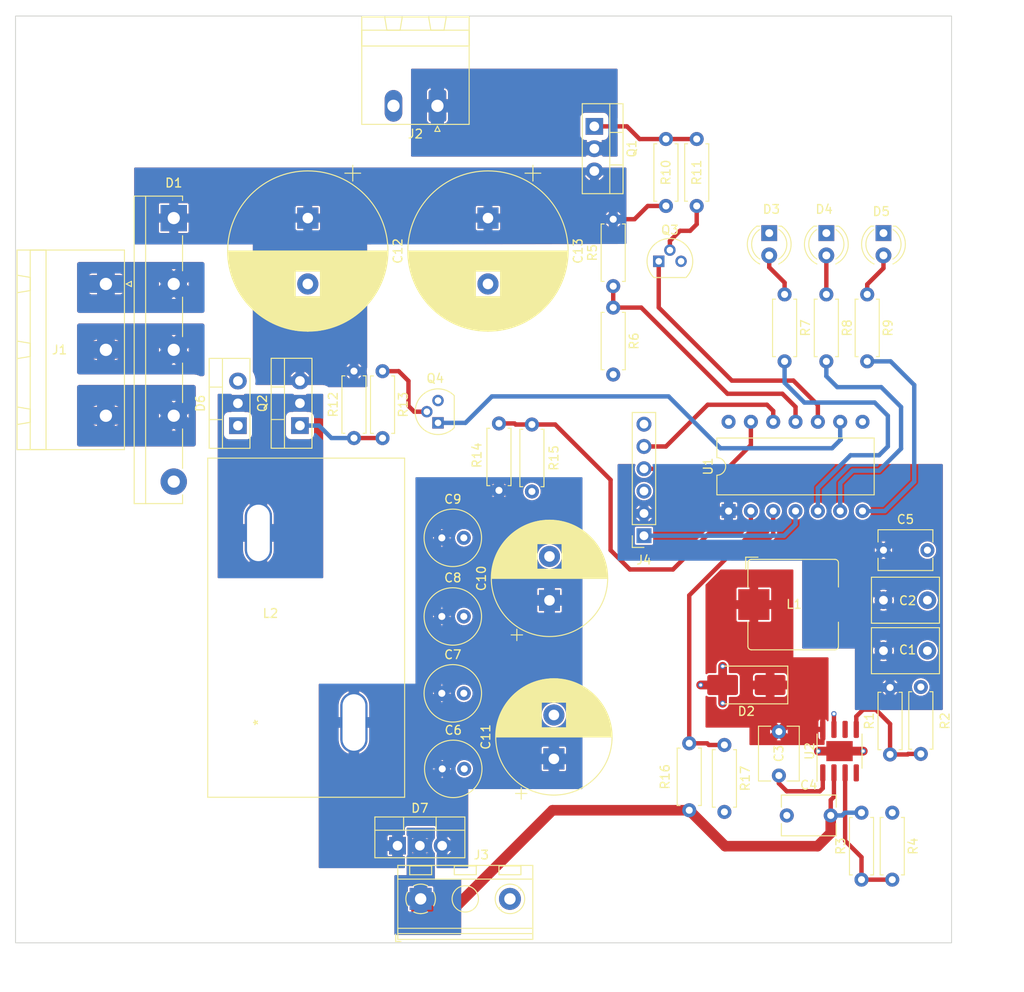
<source format=kicad_pcb>
(kicad_pcb (version 20221018) (generator pcbnew)
  (layers (0 "F.Cu" signal) (1 "In1.Cu" signal) (2 "In2.Cu" signal) (3 "In3.Cu" signal) (4 "In4.Cu" signal) (31 "B.Cu" signal) (34 "B.Paste" user) (35 "F.Paste" user) (36 "B.SilkS" user "B.Silkscreen") (37 "F.SilkS" user "F.Silkscreen") (38 "B.Mask" user) (39 "F.Mask" user) (44 "Edge.Cuts" user))
  (net 0 "")
  (net 1 "GND")
  (net 2 "+5V")
  (net 3 "Net-(U2-BST)")
  (net 4 "Net-(D7-K)")
  (net 5 "/VCC Turbina (0 ~ 115V)")
  (net 6 "Net-(J1-Pin_1)")
  (net 7 "Net-(J1-Pin_2)")
  (net 8 "Net-(J1-Pin_3)")
  (net 9 "Net-(D3-A)")
  (net 10 "Net-(D4-A)")
  (net 11 "Net-(D5-A)")
  (net 12 "Net-(J2-Pin_1)")
  (net 13 "Net-(J4-Pin_1)")
  (net 14 "Net-(J4-Pin_4)")
  (net 15 "Net-(J4-Pin_5)")
  (net 17 "Net-(Q1-G)")
  (net 18 "Net-(Q2-G)")
  (net 19 "Net-(Q3-G)")
  (net 20 "Net-(Q3-D)")
  (net 21 "Net-(Q4-G)")
  (net 22 "Net-(Q4-D)")
  (net 23 "Net-(U2-FB)")
  (net 24 "Net-(U2-EN)")
  (net 25 "Net-(U1-RA2)")
  (net 26 "Net-(U1-RC5)")
  (net 27 "Net-(U1-RC4)")
  (net 28 "Net-(U1-RC3)")
  (net 29 "OUT_VOLTAGE")
  (net 30 "BAT_VOLTAGE")
  (net 34 "Net-(D2-K)")
  (net 35 "Net-(C10-Pad1)")
  (net 36 "Net-(D6-K)")
  (footprint "Capacitor_THT:C_Disc_D7.5mm_W5.0mm_P5.00mm" (layer "F.Cu") (at 250.25 101.5 180)
    (fp_text reference "C2" (at 2.25 -0.05) (layer "F.SilkS"))
    (fp_text value "22uF")
    (pad "1" thru_hole circle (at 0 0 180) (size 2 2) (drill 1) (layers "*.Cu" "*.Mask") (net 1 "GND"))
    (pad "2" thru_hole circle (at 5 0 180) (size 2 2) (drill 1) (layers "*.Cu" "*.Mask") (net 2 "+5V"))
  )
  (footprint "Capacitor_THT:CP_Radial_D18.0mm_P7.50mm" (layer "F.Cu") (at 179.75 58 -90)
    (fp_text reference "C12" (at 3.75 -10.25 90) (layer "F.SilkS"))
    (fp_text value "330uF")
    (pad "1" thru_hole rect (at 0 0 270) (size 2.4 2.4) (drill 1.2) (layers "*.Cu" "*.Mask") (net 5 "/VCC Turbina (0 ~ 115V)"))
    (pad "2" thru_hole circle (at 7.5 0 270) (size 2.4 2.4) (drill 1.2) (layers "*.Cu" "*.Mask") (net 1 "GND"))
  )
  (footprint "Capacitor_THT:CP_Radial_D18.0mm_P7.50mm" (layer "F.Cu") (at 200.25 58 -90)
    (fp_text reference "C13" (at 3.75 -10.25 90) (layer "F.SilkS"))
    (fp_text value "330uF")
    (pad "1" thru_hole rect (at 0 0 270) (size 2.4 2.4) (drill 1.2) (layers "*.Cu" "*.Mask") (net 5 "/VCC Turbina (0 ~ 115V)"))
    (pad "2" thru_hole circle (at 7.5 0 270) (size 2.4 2.4) (drill 1.2) (layers "*.Cu" "*.Mask") (net 1 "GND"))
  )
  (footprint "Capacitor_THT:C_Disc_D6.0mm_W4.4mm_P5.00mm" (layer "F.Cu") (at 233.35 116.46 -90)
    (fp_text reference "C3" (at 2.5 0 90) (layer "F.SilkS"))
    (fp_text value "0.1uF")
    (pad "1" thru_hole circle (at 0 0 270) (size 1.6 1.6) (drill 0.8) (layers "*.Cu" "*.Mask") (net 34 "Net-(D2-K)"))
    (pad "2" thru_hole circle (at 5 0 270) (size 1.6 1.6) (drill 0.8) (layers "*.Cu" "*.Mask") (net 3 "Net-(U2-BST)"))
  )
  (footprint "TerminalBlock_RND:TerminalBlock_RND_205-00241_1x02_P10.16mm_Horizontal" (layer "F.Cu") (at 192.59 135.5)
    (fp_text reference "J3" (at 6.91 -5) (layer "F.SilkS"))
    (fp_text value "BATERIA")
    (pad "1" thru_hole rect (at 0 0) (size 2.5 2.5) (drill 1.3) (layers "*.Cu" "*.Mask") (net 4 "Net-(D7-K)"))
    (pad "2" thru_hole circle (at 10.16 0) (size 2.5 2.5) (drill 1.3) (layers "*.Cu" "*.Mask") (net 1 "GND"))
  )
  (footprint "Resistor_THT:R_Axial_DIN0207_L6.3mm_D2.5mm_P7.62mm_Horizontal" (layer "F.Cu") (at 224 56.62 90)
    (fp_text reference "R11" (at 3.81 0 90) (layer "F.SilkS"))
    (fp_text value "65K")
    (pad "1" thru_hole circle (at 0 0 90) (size 1.6 1.6) (drill 0.8) (layers "*.Cu" "*.Mask") (net 20 "Net-(Q3-D)"))
    (pad "2" thru_hole oval (at 7.62 0 90) (size 1.6 1.6) (drill 0.8) (layers "*.Cu" "*.Mask") (net 17 "Net-(Q1-G)"))
  )
  (footprint "Package_TO_SOT_THT:TO-92" (layer "F.Cu") (at 194.565 81.31 90)
    (fp_text reference "Q4" (at 5.06 -0.315) (layer "F.SilkS"))
    (fp_text value "FQN1N50C")
    (pad "1" thru_hole rect (at 0 0 90) (size 1.3 1.3) (drill 0.75) (layers "*.Cu" "*.Mask") (net 21 "Net-(Q4-G)"))
    (pad "2" thru_hole circle (at 1.27 -1.27 90) (size 1.3 1.3) (drill 0.75) (layers "*.Cu" "*.Mask") (net 22 "Net-(Q4-D)"))
    (pad "3" thru_hole circle (at 2.54 0 90) (size 1.3 1.3) (drill 0.75) (layers "*.Cu" "*.Mask") (net 1 "GND"))
  )
  (footprint "Resistor_THT:R_Axial_DIN0207_L6.3mm_D2.5mm_P7.62mm_Horizontal" (layer "F.Cu") (at 242.75 133.31 90)
    (fp_text reference "R3" (at 3.81 -2.37 90) (layer "F.SilkS"))
    (fp_text value "78K")
    (pad "1" thru_hole circle (at 0 0 90) (size 1.6 1.6) (drill 0.8) (layers "*.Cu" "*.Mask") (net 24 "Net-(U2-EN)"))
    (pad "2" thru_hole oval (at 7.62 0 90) (size 1.6 1.6) (drill 0.8) (layers "*.Cu" "*.Mask") (net 4 "Net-(D7-K)"))
  )
  (footprint "Inductor_SMD:L_Bourns_SRP1038C_10.0x10.0mm" (layer "F.Cu") (at 234.975 102)
    (fp_text reference "L1" (at 0.1 -0.04) (layer "F.SilkS"))
    (fp_text value "6.8uH")
    (pad "1" smd rect (at -4.475 0) (size 3.55 3.5) (layers "F.Cu" "F.Paste" "F.Mask") (net 34 "Net-(D2-K)"))
    (pad "2" smd rect (at 4.475 0) (size 3.55 3.5) (layers "F.Cu" "F.Paste" "F.Mask") (net 2 "+5V"))
  )
  (footprint "Package_TO_SOT_THT:TO-220-3_Vertical" (layer "F.Cu") (at 212.35 47.56 -90)
    (fp_text reference "Q1" (at 2.54 -4.27 90) (layer "F.SilkS"))
    (fp_text value "IXTP44P15T")
    (pad "1" thru_hole rect (at 0 0 270) (size 1.905 2) (drill 1.1) (layers "*.Cu" "*.Mask") (net 17 "Net-(Q1-G)"))
    (pad "2" thru_hole oval (at 2.54 0 270) (size 1.905 2) (drill 1.1) (layers "*.Cu" "*.Mask") (net 12 "Net-(J2-Pin_1)"))
    (pad "3" thru_hole oval (at 5.08 0 270) (size 1.905 2) (drill 1.1) (layers "*.Cu" "*.Mask") (net 5 "/VCC Turbina (0 ~ 115V)"))
  )
  (footprint "Package_DIP:DIP-14_W10.16mm" (layer "F.Cu") (at 227.625 91.35 90)
    (fp_text reference "U1" (at 5.08 -2.33 90) (layer "F.SilkS"))
    (fp_text value "PIC16F18324-xSL")
    (pad "1" thru_hole rect (at 0 0 90) (size 1.6 1.6) (drill 0.8) (layers "*.Cu" "*.Mask") (net 2 "+5V"))
    (pad "2" thru_hole oval (at 0 2.54 90) (size 1.6 1.6) (drill 0.8) (layers "*.Cu" "*.Mask") (net 29 "OUT_VOLTAGE"))
    (pad "3" thru_hole oval (at 0 5.08 90) (size 1.6 1.6) (drill 0.8) (layers "*.Cu" "*.Mask") (net 30 "BAT_VOLTAGE"))
    (pad "4" thru_hole oval (at 0 7.62 90) (size 1.6 1.6) (drill 0.8) (layers "*.Cu" "*.Mask") (net 13 "Net-(J4-Pin_1)"))
    (pad "5" thru_hole oval (at 0 10.16 90) (size 1.6 1.6) (drill 0.8) (layers "*.Cu" "*.Mask") (net 26 "Net-(U1-RC5)"))
    (pad "6" thru_hole oval (at 0 12.7 90) (size 1.6 1.6) (drill 0.8) (layers "*.Cu" "*.Mask") (net 27 "Net-(U1-RC4)"))
    (pad "7" thru_hole oval (at 0 15.24 90) (size 1.6 1.6) (drill 0.8) (layers "*.Cu" "*.Mask") (net 28 "Net-(U1-RC3)"))
    (pad "8" thru_hole oval (at 10.16 15.24 90) (size 1.6 1.6) (drill 0.8) (layers "*.Cu" "*.Mask"))
    (pad "9" thru_hole oval (at 10.16 12.7 90) (size 1.6 1.6) (drill 0.8) (layers "*.Cu" "*.Mask") (net 21 "Net-(Q4-G)"))
    (pad "10" thru_hole oval (at 10.16 10.16 90) (size 1.6 1.6) (drill 0.8) (layers "*.Cu" "*.Mask") (net 19 "Net-(Q3-G)"))
    (pad "11" thru_hole oval (at 10.16 7.62 90) (size 1.6 1.6) (drill 0.8) (layers "*.Cu" "*.Mask") (net 25 "Net-(U1-RA2)"))
    (pad "12" thru_hole oval (at 10.16 5.08 90) (size 1.6 1.6) (drill 0.8) (layers "*.Cu" "*.Mask") (net 15 "Net-(J4-Pin_5)"))
    (pad "13" thru_hole oval (at 10.16 2.54 90) (size 1.6 1.6) (drill 0.8) (layers "*.Cu" "*.Mask") (net 14 "Net-(J4-Pin_4)"))
    (pad "14" thru_hole oval (at 10.16 0 90) (size 1.6 1.6) (drill 0.8) (layers "*.Cu" "*.Mask") (net 1 "GND"))
  )
  (footprint "Diode_THT:Diode_Bridge_IXYS_GUFP" (layer "F.Cu") (at 164.5 58)
    (fp_text reference "D1" (at 0 -4) (layer "F.SilkS"))
    (fp_text value "GUO40-08NO1")
    (pad "1" thru_hole rect (at 0 0) (size 3 3) (drill 1.39) (layers "*.Cu" "*.Mask") (net 5 "/VCC Turbina (0 ~ 115V)"))
    (pad "2" thru_hole circle (at 0 7.5) (size 3 3) (drill 1.39) (layers "*.Cu" "*.Mask") (net 6 "Net-(J1-Pin_1)"))
    (pad "3" thru_hole circle (at 0 15) (size 3 3) (drill 1.39) (layers "*.Cu" "*.Mask") (net 7 "Net-(J1-Pin_2)"))
    (pad "4" thru_hole circle (at 0 22.5) (size 3 3) (drill 1.39) (layers "*.Cu" "*.Mask") (net 8 "Net-(J1-Pin_3)"))
    (pad "5" thru_hole circle (at 0 30) (size 3 3) (drill 1.39) (layers "*.Cu" "*.Mask") (net 1 "GND"))
  )
  (footprint "Resistor_THT:R_Axial_DIN0207_L6.3mm_D2.5mm_P7.62mm_Horizontal" (layer "F.Cu") (at 246.25 125.69 -90)
    (fp_text reference "R4" (at 3.81 -2.37 90) (layer "F.SilkS"))
    (fp_text value "10.2K")
    (pad "1" thru_hole circle (at 0 0 270) (size 1.6 1.6) (drill 0.8) (layers "*.Cu" "*.Mask") (net 1 "GND"))
    (pad "2" thru_hole oval (at 7.62 0 270) (size 1.6 1.6) (drill 0.8) (layers "*.Cu" "*.Mask") (net 24 "Net-(U2-EN)"))
  )
  (footprint "Capacitor_THT:C_Radial_D6.3mm_H5.0mm_P2.50mm" (layer "F.Cu") (at 195 94.4)
    (fp_text reference "C9" (at 1.25 -4.4) (layer "F.SilkS"))
    (fp_text value "47uF")
    (pad "1" thru_hole circle (at 0 0) (size 1.6 1.6) (drill 0.8) (layers "*.Cu" "*.Mask") (net 35 "Net-(C10-Pad1)"))
    (pad "2" thru_hole circle (at 2.5 0) (size 1.6 1.6) (drill 0.8) (layers "*.Cu" "*.Mask") (net 1 "GND"))
  )
  (footprint "Resistor_THT:R_Axial_DIN0207_L6.3mm_D2.5mm_P7.62mm_Horizontal" (layer "F.Cu") (at 227.15 117.98 -90)
    (fp_text reference "R17" (at 3.81 -2.37 90) (layer "F.SilkS"))
    (fp_text value "5K")
    (pad "1" thru_hole circle (at 0 0 270) (size 1.6 1.6) (drill 0.8) (layers "*.Cu" "*.Mask") (net 30 "BAT_VOLTAGE"))
    (pad "2" thru_hole oval (at 7.62 0 270) (size 1.6 1.6) (drill 0.8) (layers "*.Cu" "*.Mask") (net 1 "GND"))
  )
  (footprint "Package_TO_SOT_THT:TO-220-3_Vertical" (layer "F.Cu") (at 178.855 81.62 90)
    (fp_text reference "Q2" (at 2.54 -4.27 90) (layer "F.SilkS"))
    (fp_text value "IXTP36P15P")
    (pad "1" thru_hole rect (at 0 0 90) (size 1.905 2) (drill 1.1) (layers "*.Cu" "*.Mask") (net 18 "Net-(Q2-G)"))
    (pad "2" thru_hole oval (at 2.54 0 90) (size 1.905 2) (drill 1.1) (layers "*.Cu" "*.Mask") (net 36 "Net-(D6-K)"))
    (pad "3" thru_hole oval (at 5.08 0 90) (size 1.905 2) (drill 1.1) (layers "*.Cu" "*.Mask") (net 5 "/VCC Turbina (0 ~ 115V)"))
  )
  (footprint "Resistor_THT:R_Axial_DIN0207_L6.3mm_D2.5mm_P7.62mm_Horizontal" (layer "F.Cu") (at 238.75 66.69 -90)
    (fp_text reference "R8" (at 3.81 -2.37 90) (layer "F.SilkS"))
    (fp_text value "1K")
    (pad "1" thru_hole circle (at 0 0 270) (size 1.6 1.6) (drill 0.8) (layers "*.Cu" "*.Mask") (net 10 "Net-(D4-A)"))
    (pad "2" thru_hole oval (at 7.62 0 270) (size 1.6 1.6) (drill 0.8) (layers "*.Cu" "*.Mask") (net 27 "Net-(U1-RC4)"))
  )
  (footprint "footprints:IHXL1500VZEB2R2M51" (layer "F.Cu") (at 174.132001 115.4177 90)
    (fp_text reference "L2" (at 12.4177 1.367999) (layer "F.SilkS"))
    (fp_text value "2.2uH")
    (fp_text user "*" (at 0 0 90) (layer "F.SilkS"))
    (pad "1" thru_hole oval (at 0 10.867999 90) (size 6.9342 3.0988) (drill oval 6.4262 2.5908) (layers "*.Cu" "*.Mask") (net 35 "Net-(C10-Pad1)"))
    (pad "2" thru_hole oval (at 21.578001 0 90) (size 6.9342 3.0988) (drill oval 6.4262 2.5908) (layers "*.Cu" "*.Mask") (net 36 "Net-(D6-K)"))
  )
  (footprint "Package_TO_SOT_THT:TO-220-3_Vertical" (layer "F.Cu") (at 189.96 129.445)
    (fp_text reference "D7" (at 2.54 -4.27) (layer "F.SilkS"))
    (fp_text value "STPS30M60ST ")
    (pad "1" thru_hole rect (at 0 0) (size 1.905 2) (drill 1.1) (layers "*.Cu" "*.Mask") (net 35 "Net-(C10-Pad1)"))
    (pad "2" thru_hole oval (at 2.54 0) (size 1.905 2) (drill 1.1) (layers "*.Cu" "*.Mask") (net 4 "Net-(D7-K)"))
    (pad "3" thru_hole oval (at 5.08 0) (size 1.905 2) (drill 1.1) (layers "*.Cu" "*.Mask") (net 35 "Net-(C10-Pad1)"))
  )
  (footprint "Capacitor_THT:C_Radial_D6.3mm_H5.0mm_P2.50mm" (layer "F.Cu") (at 195.05 120.7)
    (fp_text reference "C6" (at 1.25 -4.4) (layer "F.SilkS"))
    (fp_text value "47uF")
    (pad "1" thru_hole circle (at 0 0) (size 1.6 1.6) (drill 0.8) (layers "*.Cu" "*.Mask") (net 35 "Net-(C10-Pad1)"))
    (pad "2" thru_hole circle (at 2.5 0) (size 1.6 1.6) (drill 0.8) (layers "*.Cu" "*.Mask") (net 1 "GND"))
  )
  (footprint "Package_TO_SOT_THT:TO-92" (layer "F.Cu") (at 219.68 62.92)
    (fp_text reference "Q3" (at 1.27 -3.56) (layer "F.SilkS"))
    (fp_text value "FQN1N50C")
    (pad "1" thru_hole rect (at 0 0) (size 1.3 1.3) (drill 0.75) (layers "*.Cu" "*.Mask") (net 19 "Net-(Q3-G)"))
    (pad "2" thru_hole circle (at 1.27 -1.27) (size 1.3 1.3) (drill 0.75) (layers "*.Cu" "*.Mask") (net 20 "Net-(Q3-D)"))
    (pad "3" thru_hole circle (at 2.54 0) (size 1.3 1.3) (drill 0.75) (layers "*.Cu" "*.Mask") (net 1 "GND"))
  )
  (footprint "Resistor_THT:R_Axial_DIN0207_L6.3mm_D2.5mm_P7.62mm_Horizontal" (layer "F.Cu") (at 214.5 68.19 -90)
    (fp_text reference "R6" (at 3.81 -2.37 90) (layer "F.SilkS"))
    (fp_text value "5K")
    (pad "1" thru_hole circle (at 0 0 270) (size 1.6 1.6) (drill 0.8) (layers "*.Cu" "*.Mask") (net 25 "Net-(U1-RA2)"))
    (pad "2" thru_hole oval (at 7.62 0 270) (size 1.6 1.6) (drill 0.8) (layers "*.Cu" "*.Mask") (net 1 "GND"))
  )
  (footprint "Capacitor_THT:C_Disc_D6.0mm_W4.4mm_P5.00mm" (layer "F.Cu") (at 234.25 126)
    (fp_text reference "C4" (at 2.5 -3.45) (layer "F.SilkS"))
    (fp_text value "10uF")
    (pad "1" thru_hole circle (at 0 0) (size 1.6 1.6) (drill 0.8) (layers "*.Cu" "*.Mask") (net 1 "GND"))
    (pad "2" thru_hole circle (at 5 0) (size 1.6 1.6) (drill 0.8) (layers "*.Cu" "*.Mask") (net 4 "Net-(D7-K)"))
  )
  (footprint "Resistor_THT:R_Axial_DIN0207_L6.3mm_D2.5mm_P7.62mm_Horizontal" (layer "F.Cu") (at 205.25 89.12 90)
    (fp_text reference "R15" (at 3.81 2.5 90) (layer "F.SilkS"))
    (fp_text value "5K")
    (pad "1" thru_hole circle (at 0 0 90) (size 1.6 1.6) (drill 0.8) (layers "*.Cu" "*.Mask") (net 1 "GND"))
    (pad "2" thru_hole oval (at 7.62 0 90) (size 1.6 1.6) (drill 0.8) (layers "*.Cu" "*.Mask") (net 29 "OUT_VOLTAGE"))
  )
  (footprint "Capacitor_THT:C_Radial_D6.3mm_H5.0mm_P2.50mm" (layer "F.Cu") (at 195 103.35)
    (fp_text reference "C8" (at 1.25 -4.4) (layer "F.SilkS"))
    (fp_text value "47uF")
    (pad "1" thru_hole circle (at 0 0) (size 1.6 1.6) (drill 0.8) (layers "*.Cu" "*.Mask") (net 35 "Net-(C10-Pad1)"))
    (pad "2" thru_hole circle (at 2.5 0) (size 1.6 1.6) (drill 0.8) (layers "*.Cu" "*.Mask") (net 1 "GND"))
  )
  (footprint "Connector_Phoenix_GMSTB:PhoenixContact_GMSTBA_2,5_3-G_1x03_P7.50mm_Horizontal" (layer "F.Cu") (at 156.7775 65.5 -90)
    (fp_text reference "J1" (at 7.5 5.2775) (layer "F.SilkS"))
    (fp_text value "TURBINA")
    (pad "1" thru_hole roundrect (at 0 0 270) (size 2 3.6) (drill 1.4) (layers "*.Cu" "*.Mask") (roundrect_rratio 0.125) (net 6 "Net-(J1-Pin_1)"))
    (pad "2" thru_hole oval (at 7.5 0 270) (size 2 3.6) (drill 1.4) (layers "*.Cu" "*.Mask") (net 7 "Net-(J1-Pin_2)"))
    (pad "3" thru_hole oval (at 15 0 270) (size 2 3.6) (drill 1.4) (layers "*.Cu" "*.Mask") (net 8 "Net-(J1-Pin_3)"))
  )
  (footprint "Connector_Phoenix_MSTB:PhoenixContact_MSTBA_2,5_2-G_1x02_P5.00mm_Horizontal" (layer "F.Cu") (at 194.5 45.2225 180)
    (fp_text reference "J2" (at 2.5 -3.2) (layer "F.SilkS"))
    (fp_text value "RESISTENCIAS")
    (pad "1" thru_hole roundrect (at 0 0 180) (size 2 3.6) (drill 1.4) (layers "*.Cu" "*.Mask") (roundrect_rratio 0.125) (net 12 "Net-(J2-Pin_1)"))
    (pad "2" thru_hole oval (at 5 0 180) (size 2 3.6) (drill 1.4) (layers "*.Cu" "*.Mask") (net 1 "GND"))
  )
  (footprint "Package_TO_SOT_THT:TO-220-3_Vertical" (layer "F.Cu") (at 171.8 81.63 90)
    (fp_text reference "D6" (at 2.54 -4.27 90) (layer "F.SilkS"))
    (fp_text value "STPS30M60ST ")
    (pad "1" thru_hole rect (at 0 0 90) (size 1.905 2) (drill 1.1) (layers "*.Cu" "*.Mask") (net 1 "GND"))
    (pad "2" thru_hole oval (at 2.54 0 90) (size 1.905 2) (drill 1.1) (layers "*.Cu" "*.Mask") (net 36 "Net-(D6-K)"))
    (pad "3" thru_hole oval (at 5.08 0 90) (size 1.905 2) (drill 1.1) (layers "*.Cu" "*.Mask") (net 1 "GND"))
  )
  (footprint "Capacitor_THT:C_Disc_D7.5mm_W5.0mm_P5.00mm" (layer "F.Cu") (at 250.25 107.25 180)
    (fp_text reference "C1" (at 2.25 0.1) (layer "F.SilkS"))
    (fp_text value "22uF")
    (pad "1" thru_hole circle (at 0 0 180) (size 2 2) (drill 1) (layers "*.Cu" "*.Mask") (net 1 "GND"))
    (pad "2" thru_hole circle (at 5 0 180) (size 2 2) (drill 1) (layers "*.Cu" "*.Mask") (net 2 "+5V"))
  )
  (footprint "Resistor_THT:R_Axial_DIN0207_L6.3mm_D2.5mm_P7.62mm_Horizontal" (layer "F.Cu") (at 201.5 81.38 -90)
    (fp_text reference "R14" (at 3.62 2.5 90) (layer "F.SilkS"))
    (fp_text value "10K")
    (pad "1" thru_hole circle (at 0 0 270) (size 1.6 1.6) (drill 0.8) (layers "*.Cu" "*.Mask") (net 29 "OUT_VOLTAGE"))
    (pad "2" thru_hole oval (at 7.62 0 270) (size 1.6 1.6) (drill 0.8) (layers "*.Cu" "*.Mask") (net 35 "Net-(C10-Pad1)"))
  )
  (footprint "Resistor_THT:R_Axial_DIN0207_L6.3mm_D2.5mm_P7.62mm_Horizontal" (layer "F.Cu") (at 223.15 117.79 -90)
    (fp_text reference "R16" (at 3.81 2.75 90) (layer "F.SilkS"))
    (fp_text value "10K")
    (pad "1" thru_hole circle (at 0 0 270) (size 1.6 1.6) (drill 0.8) (layers "*.Cu" "*.Mask") (net 30 "BAT_VOLTAGE"))
    (pad "2" thru_hole oval (at 7.62 0 270) (size 1.6 1.6) (drill 0.8) (layers "*.Cu" "*.Mask") (net 4 "Net-(D7-K)"))
  )
  (footprint "Resistor_THT:R_Axial_DIN0207_L6.3mm_D2.5mm_P7.62mm_Horizontal" (layer "F.Cu") (at 214.5 65.75 90)
    (fp_text reference "R5" (at 3.81 -2.37 90) (layer "F.SilkS"))
    (fp_text value "145K")
    (pad "1" thru_hole circle (at 0 0 90) (size 1.6 1.6) (drill 0.8) (layers "*.Cu" "*.Mask") (net 25 "Net-(U1-RA2)"))
    (pad "2" thru_hole oval (at 7.62 0 90) (size 1.6 1.6) (drill 0.8) (layers "*.Cu" "*.Mask") (net 5 "/VCC Turbina (0 ~ 115V)"))
  )
  (footprint "Package_SO:SOIC-8-1EP_3.9x4.9mm_P1.27mm_EP2.29x3mm" (layer "F.Cu") (at 240.25 118.68 90)
    (fp_text reference "U2" (at 0 -3.4 90) (layer "F.SilkS"))
    (fp_text value "ADP2302ARDZ-5.0")
    (pad "1" smd roundrect (at -2.475 -1.905 90) (size 1.95 0.6) (layers "F.Cu" "F.Paste" "F.Mask") (net 3 "Net-(U2-BST)"))
    (pad "2" smd roundrect (at -2.475 -0.635 90) (size 1.95 0.6) (layers "F.Cu" "F.Paste" "F.Mask") (net 4 "Net-(D7-K)"))
    (pad "3" smd roundrect (at -2.475 0.635 90) (size 1.95 0.6) (layers "F.Cu" "F.Paste" "F.Mask") (net 24 "Net-(U2-EN)"))
    (pad "4" smd roundrect (at -2.475 1.905 90) (size 1.95 0.6) (layers "F.Cu" "F.Paste" "F.Mask"))
    (pad "5" smd roundrect (at 2.475 1.905 90) (size 1.95 0.6) (layers "F.Cu" "F.Paste" "F.Mask") (net 23 "Net-(U2-FB)"))
    (pad "6" smd roundrect (at 2.475 0.635 90) (size 1.95 0.6) (layers "F.Cu" "F.Paste" "F.Mask"))
    (pad "7" smd roundrect (at 2.475 -0.635 90) (size 1.95 0.6) (layers "F.Cu" "F.Paste" "F.Mask") (net 1 "GND"))
    (pad "8" smd roundrect (at 2.475 -1.905 90) (size 1.95 0.6) (layers "F.Cu" "F.Paste" "F.Mask") (net 34 "Net-(D2-K)"))
    (pad "9" smd rect (at 0 0 90) (size 2.29 3) (layers "F.Cu" "F.Mask") (net 1 "GND"))
  )
  (footprint "Resistor_THT:R_Axial_DIN0207_L6.3mm_D2.5mm_P7.62mm_Horizontal" (layer "F.Cu") (at 243.4 66.69 -90)
    (fp_text reference "R9" (at 3.81 -2.37 90) (layer "F.SilkS"))
    (fp_text value "1K")
    (pad "1" thru_hole circle (at 0 0 270) (size 1.6 1.6) (drill 0.8) (layers "*.Cu" "*.Mask") (net 11 "Net-(D5-A)"))
    (pad "2" thru_hole oval (at 7.62 0 270) (size 1.6 1.6) (drill 0.8) (layers "*.Cu" "*.Mask") (net 28 "Net-(U1-RC3)"))
  )
  (footprint "LED_THT:LED_D4.0mm" (layer "F.Cu") (at 238.75 59.71 -90)
    (fp_text reference "D4" (at -2.71 0.25) (layer "F.SilkS"))
    (fp_text value "LED Yellow")
    (pad "1" thru_hole rect (at 0 0 270) (size 1.8 1.8) (drill 0.9) (layers "*.Cu" "*.Mask") (net 1 "GND"))
    (pad "2" thru_hole circle (at 2.54 0 270) (size 1.8 1.8) (drill 0.9) (layers "*.Cu" "*.Mask") (net 10 "Net-(D4-A)"))
  )
  (footprint "Resistor_THT:R_Axial_DIN0207_L6.3mm_D2.5mm_P7.62mm_Horizontal" (layer "F.Cu") (at 220.5 49 -90)
    (fp_text reference "R10" (at 3.81 0 90) (layer "F.SilkS"))
    (fp_text value "5K")
    (pad "1" thru_hole circle (at 0 0 270) (size 1.6 1.6) (drill 0.8) (layers "*.Cu" "*.Mask") (net 17 "Net-(Q1-G)"))
    (pad "2" thru_hole oval (at 7.62 0 270) (size 1.6 1.6) (drill 0.8) (layers "*.Cu" "*.Mask") (net 5 "/VCC Turbina (0 ~ 115V)"))
  )
  (footprint "Resistor_THT:R_Axial_DIN0207_L6.3mm_D2.5mm_P7.62mm_Horizontal" (layer "F.Cu") (at 234 66.69 -90)
    (fp_text reference "R7" (at 3.81 -2.37 90) (layer "F.SilkS"))
    (fp_text value "1K")
    (pad "1" thru_hole circle (at 0 0 270) (size 1.6 1.6) (drill 0.8) (layers "*.Cu" "*.Mask") (net 9 "Net-(D3-A)"))
    (pad "2" thru_hole oval (at 7.62 0 270) (size 1.6 1.6) (drill 0.8) (layers "*.Cu" "*.Mask") (net 26 "Net-(U1-RC5)"))
  )
  (footprint "Resistor_THT:R_Axial_DIN0207_L6.3mm_D2.5mm_P7.62mm_Horizontal" (layer "F.Cu") (at 246 119.06 90)
    (fp_text reference "R1" (at 3.81 -2.37 90) (layer "F.SilkS"))
    (fp_text value "52.3K")
    (pad "1" thru_hole circle (at 0 0 90) (size 1.6 1.6) (drill 0.8) (layers "*.Cu" "*.Mask") (net 23 "Net-(U2-FB)"))
    (pad "2" thru_hole oval (at 7.62 0 90) (size 1.6 1.6) (drill 0.8) (layers "*.Cu" "*.Mask") (net 2 "+5V"))
  )
  (footprint "Capacitor_THT:CP_Radial_D13.0mm_P5.00mm" (layer "F.Cu") (at 207.75 119.565215 90)
    (fp_text reference "C11" (at 2.5 -7.75 90) (layer "F.SilkS"))
    (fp_text value "470uF")
    (pad "1" thru_hole rect (at 0 0 90) (size 2.4 2.4) (drill 1.2) (layers "*.Cu" "*.Mask") (net 35 "Net-(C10-Pad1)"))
    (pad "2" thru_hole circle (at 5 0 90) (size 2.4 2.4) (drill 1.2) (layers "*.Cu" "*.Mask") (net 1 "GND"))
  )
  (footprint "Diode_SMD:D_SMB_Handsoldering" (layer "F.Cu") (at 229.65 111.15 180)
    (fp_text reference "D2" (at 0 -3) (layer "F.SilkS"))
    (fp_text value "SSB43L")
    (pad "1" smd roundrect (at -2.7 0 180) (size 3.5 2.3) (layers "F.Cu" "F.Paste" "F.Mask") (roundrect_rratio 0.1086956522) (net 34 "Net-(D2-K)"))
    (pad "2" smd roundrect (at 2.7 0 180) (size 3.5 2.3) (layers "F.Cu" "F.Paste" "F.Mask") (roundrect_rratio 0.1086956522) (net 1 "GND"))
  )
  (footprint "Capacitor_THT:C_Disc_D6.0mm_W4.4mm_P5.00mm" (layer "F.Cu") (at 250.25 95.8 180)
    (fp_text reference "C5" (at 2.5 3.5) (layer "F.SilkS"))
    (fp_text value "0.1uF")
    (pad "1" thru_hole circle (at 0 0 180) (size 1.6 1.6) (drill 0.8) (layers "*.Cu" "*.Mask") (net 1 "GND"))
    (pad "2" thru_hole circle (at 5 0 180) (size 1.6 1.6) (drill 0.8) (layers "*.Cu" "*.Mask") (net 2 "+5V"))
  )
  (footprint "LED_THT:LED_D4.0mm" (layer "F.Cu") (at 232.25 59.71 -90)
    (fp_text reference "D3" (at -2.71 -0.25) (layer "F.SilkS"))
    (fp_text value "LED Green")
    (pad "1" thru_hole rect (at 0 0 270) (size 1.8 1.8) (drill 0.9) (layers "*.Cu" "*.Mask") (net 1 "GND"))
    (pad "2" thru_hole circle (at 2.54 0 270) (size 1.8 1.8) (drill 0.9) (layers "*.Cu" "*.Mask") (net 9 "Net-(D3-A)"))
  )
  (footprint "Resistor_THT:R_Axial_DIN0207_L6.3mm_D2.5mm_P7.62mm_Horizontal" (layer "F.Cu") (at 188.255 83.05 90)
    (fp_text reference "R13" (at 3.81 2.35 90) (layer "F.SilkS"))
    (fp_text value "65K")
    (pad "1" thru_hole circle (at 0 0 90) (size 1.6 1.6) (drill 0.8) (layers "*.Cu" "*.Mask") (net 18 "Net-(Q2-G)"))
    (pad "2" thru_hole oval (at 7.62 0 90) (size 1.6 1.6) (drill 0.8) (layers "*.Cu" "*.Mask") (net 22 "Net-(Q4-D)"))
  )
  (footprint "Capacitor_THT:C_Radial_D6.3mm_H5.0mm_P2.50mm" (layer "F.Cu") (at 195 112.1)
    (fp_text reference "C7" (at 1.25 -4.4) (layer "F.SilkS"))
    (fp_text value "47uF")
    (pad "1" thru_hole circle (at 0 0) (size 1.6 1.6) (drill 0.8) (layers "*.Cu" "*.Mask") (net 35 "Net-(C10-Pad1)"))
    (pad "2" thru_hole circle (at 2.5 0) (size 1.6 1.6) (drill 0.8) (layers "*.Cu" "*.Mask") (net 1 "GND"))
  )
  (footprint "Connector_PinSocket_2.54mm:PinSocket_1x06_P2.54mm_Vertical" (layer "F.Cu") (at 218 94.16 180)
    (fp_text reference "J4" (at 0 -2.77) (layer "F.SilkS"))
    (fp_text value "ICSP")
    (pad "1" thru_hole rect (at 0 0 180) (size 1.7 1.7) (drill 1) (layers "*.Cu" "*.Mask") (net 13 "Net-(J4-Pin_1)"))
    (pad "2" thru_hole oval (at 0 2.54 180) (size 1.7 1.7) (drill 1) (layers "*.Cu" "*.Mask") (net 2 "+5V"))
    (pad "3" thru_hole oval (at 0 5.08 180) (size 1.7 1.7) (drill 1) (layers "*.Cu" "*.Mask") (net 1 "GND"))
    (pad "4" thru_hole oval (at 0 7.62 180) (size 1.7 1.7) (drill 1) (layers "*.Cu" "*.Mask") (net 14 "Net-(J4-Pin_4)"))
    (pad "5" thru_hole oval (at 0 10.16 180) (size 1.7 1.7) (drill 1) (layers "*.Cu" "*.Mask") (net 15 "Net-(J4-Pin_5)"))
    (pad "6" thru_hole oval (at 0 12.7 180) (size 1.7 1.7) (drill 1) (layers "*.Cu" "*.Mask"))
  )
  (footprint "Resistor_THT:R_Axial_DIN0207_L6.3mm_D2.5mm_P7.62mm_Horizontal" (layer "F.Cu") (at 249.5 119 90)
    (fp_text reference "R2" (at 3.75 2.75 90) (layer "F.SilkS"))
    (fp_text value "10K")
    (pad "1" thru_hole circle (at 0 0 90) (size 1.6 1.6) (drill 0.8) (layers "*.Cu" "*.Mask") (net 23 "Net-(U2-FB)"))
    (pad "2" thru_hole oval (at 7.62 0 90) (size 1.6 1.6) (drill 0.8) (layers "*.Cu" "*.Mask") (net 1 "GND"))
  )
  (footprint "LED_THT:LED_D4.0mm" (layer "F.Cu") (at 245.25 59.71 -90)
    (fp_text reference "D5" (at -2.46 0.25) (layer "F.SilkS"))
    (fp_text value "LED Red")
    (pad "1" thru_hole rect (at 0 0 270) (size 1.8 1.8) (drill 0.9) (layers "*.Cu" "*.Mask") (net 1 "GND"))
    (pad "2" thru_hole circle (at 2.54 0 270) (size 1.8 1.8) (drill 0.9) (layers "*.Cu" "*.Mask") (net 11 "Net-(D5-A)"))
  )
  (footprint "Capacitor_THT:CP_Radial_D13.0mm_P5.00mm" (layer "F.Cu") (at 207.25 101.515215 90)
    (fp_text reference "C10" (at 2.5 -7.75 90) (layer "F.SilkS"))
    (fp_text value "470uF")
    (pad "1" thru_hole rect (at 0 0 90) (size 2.4 2.4) (drill 1.2) (layers "*.Cu" "*.Mask") (net 35 "Net-(C10-Pad1)"))
    (pad "2" thru_hole circle (at 5 0 90) (size 2.4 2.4) (drill 1.2) (layers "*.Cu" "*.Mask") (net 1 "GND"))
  )
  (footprint "Resistor_THT:R_Axial_DIN0207_L6.3mm_D2.5mm_P7.62mm_Horizontal" (layer "F.Cu") (at 185.005 83.04 90)
    (fp_text reference "R12" (at 3.81 -2.37 90) (layer "F.SilkS"))
    (fp_text value "5K")
    (pad "1" thru_hole circle (at 0 0 90) (size 1.6 1.6) (drill 0.8) (layers "*.Cu" "*.Mask") (net 18 "Net-(Q2-G)"))
    (pad "2" thru_hole oval (at 7.62 0 90) (size 1.6 1.6) (drill 0.8) (layers "*.Cu" "*.Mask") (net 5 "/VCC Turbina (0 ~ 115V)"))
  )
  (gr_rect (start 146.5 35) (end 253 140.5) (stroke (width 0.1)) (fill none) (layer "Edge.Cuts"))
  (segment (start 226.95 111.15) (end 224.45 111.15) (width 1) (layer "F.Cu") (net 1))
  (segment (start 226.95 111.15) (end 226.95 113.23) (width 1) (layer "F.Cu") (net 1))
  (segment (start 239.615 116.205) (end 239.615 114.435) (width 0.5) (layer "F.Cu") (net 1))
  (segment (start 240.25 118.68) (end 242.95 118.68) (width 1) (layer "F.Cu") (net 1))
  (segment (start 226.95 111.15) (end 226.95 109.02) (width 1) (layer "F.Cu") (net 1))
  (segment (start 240.25 118.68) (end 237.84 118.68) (width 1) (layer "F.Cu") (net 1))
  (segment (start 239.615 114.435) (end 239.61 114.43) (width 0.5) (layer "F.Cu") (net 1))
  (via (at 237.84 118.68) (size 0.6) (drill 0.35) (layers "F.Cu" "B.Cu") (net 1))
  (via (at 224.45 111.15) (size 0.6) (drill 0.35) (layers "F.Cu" "B.Cu") (net 1))
  (via (at 242.95 118.68) (size 0.6) (drill 0.35) (layers "F.Cu" "B.Cu") (net 1))
  (via (at 239.61 114.43) (size 0.6) (drill 0.35) (layers "F.Cu" "B.Cu") (net 1))
  (via (at 226.95 109.02) (size 0.6) (drill 0.35) (layers "F.Cu" "B.Cu") (net 1))
  (via (at 226.95 113.23) (size 0.6) (drill 0.35) (layers "F.Cu" "B.Cu") (net 1))
  (segment (start 238.345 121.155) (end 238.345 122.905) (width 0.5) (layer "F.Cu") (net 3))
  (segment (start 234.25 123.25) (end 233.35 122.35) (width 0.5) (layer "F.Cu") (net 3))
  (segment (start 238 123.25) (end 234.25 123.25) (width 0.5) (layer "F.Cu") (net 3))
  (segment (start 233.35 122.35) (end 233.35 121.46) (width 0.5) (layer "F.Cu") (net 3))
  (segment (start 238.345 122.905) (end 238 123.25) (width 0.5) (layer "F.Cu") (net 3))
  (segment (start 223.15 125.41) (end 207.59 125.41) (width 1.2) (layer "F.Cu") (net 4))
  (segment (start 192.5 136.66) (end 192.59 136.75) (width 2) (layer "F.Cu") (net 4))
  (segment (start 239.25 126) (end 239.25 128) (width 1.2) (layer "F.Cu") (net 4))
  (segment (start 207.59 125.41) (end 196.25 136.75) (width 1.2) (layer "F.Cu") (net 4))
  (segment (start 239.25 124.25) (end 239.25 126) (width 0.5) (layer "F.Cu") (net 4))
  (segment (start 227.24 129.5) (end 223.15 125.41) (width 1.2) (layer "F.Cu") (net 4))
  (segment (start 239.615 123.885) (end 239.25 124.25) (width 0.5) (layer "F.Cu") (net 4))
  (segment (start 237.75 129.5) (end 227.24 129.5) (width 1.2) (layer "F.Cu") (net 4))
  (segment (start 239.25 128) (end 237.75 129.5) (width 1.2) (layer "F.Cu") (net 4))
  (segment (start 239.615 121.155) (end 239.615 123.885) (width 0.5) (layer "F.Cu") (net 4))
  (segment (start 196.25 136.75) (end 192.59 136.75) (width 1.2) (layer "F.Cu") (net 4))
  (segment (start 240.55 126) (end 239.25 126) (width 0.5) (layer "B.Cu") (net 4))
  (segment (start 242.75 125.69) (end 240.86 125.69) (width 0.5) (layer "B.Cu") (net 4))
  (segment (start 240.86 125.69) (end 240.55 126) (width 0.5) (layer "B.Cu") (net 4))
  (segment (start 218.43 56.62) (end 220.5 56.62) (width 0.5) (layer "F.Cu") (net 5))
  (segment (start 216.92 58.13) (end 218.43 56.62) (width 0.5) (layer "F.Cu") (net 5))
  (segment (start 214.5 58.13) (end 216.92 58.13) (width 0.5) (layer "F.Cu") (net 5))
  (segment (start 234 65.35) (end 232.25 63.6) (width 0.5) (layer "F.Cu") (net 9))
  (segment (start 234 66.69) (end 234 65.35) (width 0.5) (layer "F.Cu") (net 9))
  (segment (start 232.25 63.6) (end 232.25 62.25) (width 0.5) (layer "F.Cu") (net 9))
  (segment (start 238.75 66.69) (end 238.75 62.25) (width 0.5) (layer "F.Cu") (net 10))
  (segment (start 243.4 65.55) (end 243.4 66.69) (width 0.5) (layer "F.Cu") (net 11))
  (segment (start 245.25 62.25) (end 245.25 63.7) (width 0.5) (layer "F.Cu") (net 11))
  (segment (start 245.25 63.7) (end 243.4 65.55) (width 0.5) (layer "F.Cu") (net 11))
  (segment (start 218 94.16) (end 233.94 94.16) (width 0.5) (layer "B.Cu") (net 13))
  (segment (start 233.94 94.16) (end 235.245 92.855) (width 0.5) (layer "B.Cu") (net 13))
  (segment (start 235.245 92.855) (end 235.245 91.35) (width 0.5) (layer "B.Cu") (net 13))
  (segment (start 227.46 86.54) (end 218 86.54) (width 0.5) (layer "F.Cu") (net 14))
  (segment (start 230.165 81.19) (end 230.165 83.835) (width 0.5) (layer "F.Cu") (net 14))
  (segment (start 230.165 83.835) (end 227.46 86.54) (width 0.5) (layer "F.Cu") (net 14))
  (segment (start 232.705 79.955) (end 232 79.25) (width 0.5) (layer "F.Cu") (net 15))
  (segment (start 220.5 84) (end 218 84) (width 0.5) (layer "F.Cu") (net 15))
  (segment (start 232.705 81.19) (end 232.705 79.955) (width 0.5) (layer "F.Cu") (net 15))
  (segment (start 232 79.25) (end 225.25 79.25) (width 0.5) (layer "F.Cu") (net 15))
  (segment (start 225.25 79.25) (end 220.5 84) (width 0.5) (layer "F.Cu") (net 15))
  (segment (start 216.06 47.56) (end 217.5 49) (width 0.5) (layer "F.Cu") (net 17))
  (segment (start 212.35 47.56) (end 216.06 47.56) (width 0.5) (layer "F.Cu") (net 17))
  (segment (start 217.5 49) (end 220.5 49) (width 0.5) (layer "F.Cu") (net 17))
  (segment (start 220.5 49) (end 224 49) (width 0.5) (layer "F.Cu") (net 17))
  (segment (start 188.245 83.04) (end 188.255 83.05) (width 0.5) (layer "F.Cu") (net 18))
  (segment (start 185.005 83.04) (end 188.245 83.04) (width 0.5) (layer "F.Cu") (net 18))
  (segment (start 182.44 83.04) (end 181.02 81.62) (width 0.5) (layer "B.Cu") (net 18))
  (segment (start 181.02 81.62) (end 178.855 81.62) (width 0.5) (layer "B.Cu") (net 18))
  (segment (start 185.005 83.04) (end 182.44 83.04) (width 0.5) (layer "B.Cu") (net 18))
  (segment (start 237.785 79.285) (end 235 76.5) (width 0.5) (layer "F.Cu") (net 19))
  (segment (start 228 76.5) (end 219.68 68.18) (width 0.5) (layer "F.Cu") (net 19))
  (segment (start 235 76.5) (end 228 76.5) (width 0.5) (layer "F.Cu") (net 19))
  (segment (start 237.785 81.19) (end 237.785 79.285) (width 0.5) (layer "F.Cu") (net 19))
  (segment (start 219.68 68.18) (end 219.68 62.92) (width 0.5) (layer "F.Cu") (net 19))
  (segment (start 224 58.7) (end 224 56.62) (width 0.5) (layer "F.Cu") (net 20))
  (segment (start 222.1 59.45) (end 223.25 59.45) (width 0.5) (layer "F.Cu") (net 20))
  (segment (start 223.25 59.45) (end 224 58.7) (width 0.5) (layer "F.Cu") (net 20))
  (segment (start 220.95 61.65) (end 220.95 60.6) (width 0.5) (layer "F.Cu") (net 20))
  (segment (start 220.95 60.6) (end 222.1 59.45) (width 0.5) (layer "F.Cu") (net 20))
  (segment (start 240.4 83.2) (end 240.325 83.125) (width 0.5) (layer "B.Cu") (net 21))
  (segment (start 239.4 84.2) (end 240.4 83.2) (width 0.5) (layer "B.Cu") (net 21))
  (segment (start 200.7 78.3) (end 220.8 78.3) (width 0.5) (layer "B.Cu") (net 21))
  (segment (start 194.565 81.31) (end 197.69 81.31) (width 0.5) (layer "B.Cu") (net 21))
  (segment (start 226.7 84.2) (end 239.4 84.2) (width 0.5) (layer "B.Cu") (net 21))
  (segment (start 220.8 78.3) (end 226.7 84.2) (width 0.5) (layer "B.Cu") (net 21))
  (segment (start 197.69 81.31) (end 200.7 78.3) (width 0.5) (layer "B.Cu") (net 21))
  (segment (start 240.325 83.125) (end 240.325 81.19) (width 0.5) (layer "B.Cu") (net 21))
  (segment (start 190.095 75.43) (end 191.205 76.54) (width 0.5) (layer "F.Cu") (net 22))
  (segment (start 191.205 76.54) (end 191.205 79.39) (width 0.5) (layer "F.Cu") (net 22))
  (segment (start 188.255 75.43) (end 190.095 75.43) (width 0.5) (layer "F.Cu") (net 22))
  (segment (start 191.205 79.39) (end 191.855 80.04) (width 0.5) (layer "F.Cu") (net 22))
  (segment (start 191.855 80.04) (end 193.295 80.04) (width 0.5) (layer "F.Cu") (net 22))
  (segment (start 244.38 113.96) (end 246 115.58) (width 0.5) (layer "F.Cu") (net 23))
  (segment (start 242.155 116.205) (end 242.155 114.735) (width 0.5) (layer "F.Cu") (net 23))
  (segment (start 248 119.06) (end 246 119.06) (width 0.5) (layer "F.Cu") (net 23))
  (segment (start 242.155 114.735) (end 242.93 113.96) (width 0.5) (layer "F.Cu") (net 23))
  (segment (start 246 115.58) (end 246 119.06) (width 0.5) (layer "F.Cu") (net 23))
  (segment (start 242.93 113.96) (end 244.38 113.96) (width 0.5) (layer "F.Cu") (net 23))
  (segment (start 249.5 119) (end 248.06 119) (width 0.5) (layer "F.Cu") (net 23))
  (segment (start 248.06 119) (end 248 119.06) (width 0.5) (layer "F.Cu") (net 23))
  (segment (start 240.885 128.885) (end 242.75 130.75) (width 0.5) (layer "F.Cu") (net 24))
  (segment (start 242.75 130.75) (end 242.75 133.31) (width 0.5) (layer "F.Cu") (net 24))
  (segment (start 242.75 133.31) (end 246.25 133.31) (width 0.5) (layer "F.Cu") (net 24))
  (segment (start 240.885 121.155) (end 240.885 128.885) (width 0.5) (layer "F.Cu") (net 24))
  (segment (start 233.75 78) (end 227.5 78) (width 0.5) (layer "F.Cu") (net 25))
  (segment (start 227.5 78) (end 217.69 68.19) (width 0.5) (layer "F.Cu") (net 25))
  (segment (start 217.69 68.19) (end 214.5 68.19) (width 0.5) (layer "F.Cu") (net 25))
  (segment (start 235.245 81.19) (end 235.245 79.495) (width 0.5) (layer "F.Cu") (net 25))
  (segment (start 235.245 79.495) (end 233.75 78) (width 0.5) (layer "F.Cu") (net 25))
  (segment (start 214.5 65.75) (end 214.5 68.19) (width 0.5) (layer "F.Cu") (net 25))
  (segment (start 237.785 88.715) (end 241.5 85) (width 0.5) (layer "B.Cu") (net 26))
  (segment (start 244.75 85) (end 245.75 84) (width 0.5) (layer "B.Cu") (net 26))
  (segment (start 234 76.75) (end 234 74.31) (width 0.5) (layer "B.Cu") (net 26))
  (segment (start 237.785 91.35) (end 237.785 88.715) (width 0.5) (layer "B.Cu") (net 26))
  (segment (start 236.25 79) (end 234 76.75) (width 0.5) (layer "B.Cu") (net 26))
  (segment (start 244.25 79) (end 236.25 79) (width 0.5) (layer "B.Cu") (net 26))
  (segment (start 245.75 80.5) (end 244.25 79) (width 0.5) (layer "B.Cu") (net 26))
  (segment (start 241.5 85) (end 244.75 85) (width 0.5) (layer "B.Cu") (net 26))
  (segment (start 245.75 84) (end 245.75 80.5) (width 0.5) (layer "B.Cu") (net 26))
  (segment (start 240.325 91.35) (end 240.325 88.175) (width 0.5) (layer "B.Cu") (net 27))
  (segment (start 244.75 86.75) (end 247.25 84.25) (width 0.5) (layer "B.Cu") (net 27))
  (segment (start 240.325 88.175) (end 241.75 86.75) (width 0.5) (layer "B.Cu") (net 27))
  (segment (start 245 77.25) (end 240 77.25) (width 0.5) (layer "B.Cu") (net 27))
  (segment (start 247.25 79.5) (end 245 77.25) (width 0.5) (layer "B.Cu") (net 27))
  (segment (start 241.75 86.75) (end 244.75 86.75) (width 0.5) (layer "B.Cu") (net 27))
  (segment (start 247.25 84.25) (end 247.25 79.5) (width 0.5) (layer "B.Cu") (net 27))
  (segment (start 238.75 76) (end 238.75 74.31) (width 0.5) (layer "B.Cu") (net 27))
  (segment (start 240 77.25) (end 238.75 76) (width 0.5) (layer "B.Cu") (net 27))
  (segment (start 245.4 91.35) (end 248.75 88) (width 0.5) (layer "B.Cu") (net 28))
  (segment (start 248.75 88) (end 248.75 77) (width 0.5) (layer "B.Cu") (net 28))
  (segment (start 248.75 77) (end 246.06 74.31) (width 0.5) (layer "B.Cu") (net 28))
  (segment (start 242.865 91.35) (end 245.4 91.35) (width 0.5) (layer "B.Cu") (net 28))
  (segment (start 246.06 74.31) (end 243.4 74.31) (width 0.5) (layer "B.Cu") (net 28))
  (segment (start 225.6 93.7) (end 221.3 98) (width 0.5) (layer "F.Cu") (net 29))
  (segment (start 221.3 98) (end 216.4 98) (width 0.5) (layer "F.Cu") (net 29))
  (segment (start 203.4 81.5) (end 205.25 81.5) (width 0.5) (layer "F.Cu") (net 29))
  (segment (start 230.165 91.35) (end 230.165 92.635) (width 0.5) (layer "F.Cu") (net 29))
  (segment (start 214.2 87.8) (end 207.9 81.5) (width 0.5) (layer "F.Cu") (net 29))
  (segment (start 201.5 81.38) (end 203.28 81.38) (width 0.5) (layer "F.Cu") (net 29))
  (segment (start 203.28 81.38) (end 203.4 81.5) (width 0.5) (layer "F.Cu") (net 29))
  (segment (start 216.4 98) (end 214.2 95.8) (width 0.5) (layer "F.Cu") (net 29))
  (segment (start 214.2 95.8) (end 214.2 87.8) (width 0.5) (layer "F.Cu") (net 29))
  (segment (start 230.165 92.635) (end 229.1 93.7) (width 0.5) (layer "F.Cu") (net 29))
  (segment (start 207.9 81.5) (end 205.25 81.5) (width 0.5) (layer "F.Cu") (net 29))
  (segment (start 229.1 93.7) (end 225.6 93.7) (width 0.5) (layer "F.Cu") (net 29))
  (segment (start 225.19 117.79) (end 225.38 117.98) (width 0.5) (layer "F.Cu") (net 30))
  (segment (start 232.1 94.6) (end 232.705 93.995) (width 0.5) (layer "F.Cu") (net 30))
  (segment (start 229.5 94.6) (end 232.1 94.6) (width 0.5) (layer "F.Cu") (net 30))
  (segment (start 232.705 93.995) (end 232.705 91.35) (width 0.5) (layer "F.Cu") (net 30))
  (segment (start 223.15 117.79) (end 225.19 117.79) (width 0.5) (layer "F.Cu") (net 30))
  (segment (start 223.15 117.79) (end 223.15 100.95) (width 0.5) (layer "F.Cu") (net 30))
  (segment (start 223.15 100.95) (end 229.5 94.6) (width 0.5) (layer "F.Cu") (net 30))
  (segment (start 225.38 117.98) (end 227.15 117.98) (width 0.5) (layer "F.Cu") (net 30))
  (zone (net 34) (net_name "Net-(D2-K)") (layer "F.Cu") (priority 5) (connect_pads (clearance 0.2)) (min_thickness 0.2) (fill yes (thermal_gap 0.2) (thermal_bridge_width 1))
    (polygon (pts (xy 235 98) (xy 225 98) (xy 225 116) (xy 230 116) (xy 230 118) (xy 239 118) (xy 239 108) (xy 235 108)))
  )
  (zone (net 5) (net_name "/VCC Turbina (0 ~ 115V)") (layers "F.Cu" "In1.Cu" "In4.Cu" "B.Cu") (priority 1) (connect_pads (clearance 1)) (min_thickness 0.2) (fill yes (thermal_gap 0.2) (thermal_bridge_width 1))
    (polygon (pts (xy 160 61) (xy 160 52.25) (xy 216 52.25) (xy 216 60.94) (xy 186.5 61) (xy 186.5 77.25) (xy 173.5 77.25) (xy 173.5 61)))
  )
  (zone (net 12) (net_name "Net-(J2-Pin_1)") (layers "F.Cu" "In1.Cu" "In4.Cu" "B.Cu") (priority 3) (connect_pads (clearance 0.6)) (min_thickness 0.2) (fill yes (thermal_gap 0.2) (thermal_bridge_width 1.5))
    (polygon (pts (xy 191.5 41) (xy 191.5 51) (xy 215 51) (xy 215 41)))
  )
  (zone (net 4) (net_name "Net-(D7-K)") (layers "F.Cu" "In1.Cu" "In4.Cu" "B.Cu") (priority 9) (connect_pads (clearance 0.2)) (min_thickness 0.2) (fill yes (thermal_gap 0.2) (thermal_bridge_width 1.5))
    (polygon (pts (xy 191 127.4) (xy 194.2 127.4) (xy 194.2 133.2) (xy 197.2 133.2) (xy 197.2 139.6) (xy 189.6 139.6) (xy 189.6 132.8) (xy 191 132.8)))
  )
  (zone (net 6) (net_name "Net-(J1-Pin_1)") (layers "F.Cu" "In1.Cu" "In4.Cu" "B.Cu") (priority 6) (connect_pads (clearance 1.2)) (min_thickness 0.5) (fill yes (thermal_gap 0.2) (thermal_bridge_width 2))
    (polygon (pts (xy 153.5 63) (xy 168 63) (xy 168 69) (xy 153.5 69)))
  )
  (zone (net 2) (net_name "+5V") (layers "F.Cu" "In1.Cu" "In4.Cu" "B.Cu") (priority 4) (connect_pads (clearance 0.2)) (min_thickness 0.2) (fill yes (thermal_gap 0.2) (thermal_bridge_width 1))
    (polygon (pts (xy 252 114) (xy 252 86) (xy 215 86) (xy 215 97) (xy 236 97) (xy 236 107) (xy 242 107) (xy 242 114)))
  )
  (zone (net 35) (net_name "Net-(C10-Pad1)") (layers "F.Cu" "In1.Cu" "In4.Cu" "B.Cu") (priority 7) (connect_pads (clearance 0.2)) (min_thickness 0.2) (fill yes (thermal_gap 0.2) (thermal_bridge_width 1.2))
    (polygon (pts (xy 181 132) (xy 181 111) (xy 192 111) (xy 192 87.5) (xy 211 87.5) (xy 211 123) (xy 198 123) (xy 198 132)))
  )
  (zone (net 7) (net_name "Net-(J1-Pin_2)") (layers "F.Cu" "In1.Cu" "In4.Cu" "B.Cu") (priority 8) (connect_pads (clearance 1.2)) (min_thickness 0.5) (fill yes (thermal_gap 0.2) (thermal_bridge_width 2))
    (polygon (pts (xy 153.5 70) (xy 168 70) (xy 168 76) (xy 153.5 76)))
  )
  (zone (net 8) (net_name "Net-(J1-Pin_3)") (layers "F.Cu" "In1.Cu" "In4.Cu" "B.Cu") (priority 10) (connect_pads (clearance 1.2)) (min_thickness 0.5) (fill yes (thermal_gap 0.2) (thermal_bridge_width 2))
    (polygon (pts (xy 153.5 77) (xy 167 77) (xy 167 84) (xy 153.5 84)))
  )
  (zone (net 36) (net_name "Net-(D6-K)") (layers "F.Cu" "In1.Cu" "In4.Cu" "B.Cu") (priority 2) (connect_pads (clearance 0.6)) (min_thickness 0.2) (fill yes (thermal_gap 0.2) (thermal_bridge_width 2))
    (polygon (pts (xy 181.5 78) (xy 181.5 99) (xy 169.5 99) (xy 169.5 78)))
  )
)
</source>
